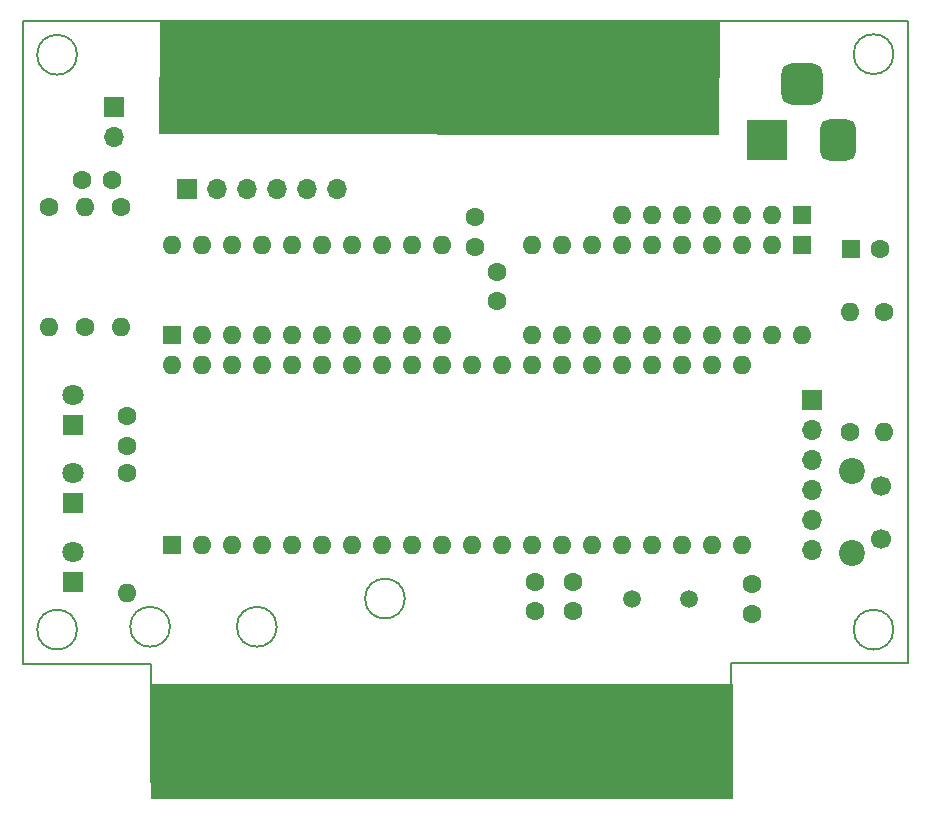
<source format=gbr>
G04 #@! TF.GenerationSoftware,KiCad,Pcbnew,7.0.10*
G04 #@! TF.CreationDate,2024-02-21T12:16:34-05:00*
G04 #@! TF.ProjectId,CBM-SD,43424d2d-5344-42e6-9b69-6361645f7063,rev?*
G04 #@! TF.SameCoordinates,Original*
G04 #@! TF.FileFunction,Soldermask,Top*
G04 #@! TF.FilePolarity,Negative*
%FSLAX46Y46*%
G04 Gerber Fmt 4.6, Leading zero omitted, Abs format (unit mm)*
G04 Created by KiCad (PCBNEW 7.0.10) date 2024-02-21 12:16:34*
%MOMM*%
%LPD*%
G01*
G04 APERTURE LIST*
G04 Aperture macros list*
%AMRoundRect*
0 Rectangle with rounded corners*
0 $1 Rounding radius*
0 $2 $3 $4 $5 $6 $7 $8 $9 X,Y pos of 4 corners*
0 Add a 4 corners polygon primitive as box body*
4,1,4,$2,$3,$4,$5,$6,$7,$8,$9,$2,$3,0*
0 Add four circle primitives for the rounded corners*
1,1,$1+$1,$2,$3*
1,1,$1+$1,$4,$5*
1,1,$1+$1,$6,$7*
1,1,$1+$1,$8,$9*
0 Add four rect primitives between the rounded corners*
20,1,$1+$1,$2,$3,$4,$5,0*
20,1,$1+$1,$4,$5,$6,$7,0*
20,1,$1+$1,$6,$7,$8,$9,0*
20,1,$1+$1,$8,$9,$2,$3,0*%
G04 Aperture macros list end*
%ADD10C,0.100000*%
%ADD11C,1.600000*%
%ADD12O,1.600000X1.600000*%
%ADD13R,1.600000X1.600000*%
%ADD14C,1.500000*%
%ADD15R,1.800000X1.800000*%
%ADD16C,1.800000*%
%ADD17R,3.500000X3.500000*%
%ADD18RoundRect,0.750000X0.750000X1.000000X-0.750000X1.000000X-0.750000X-1.000000X0.750000X-1.000000X0*%
%ADD19RoundRect,0.875000X0.875000X0.875000X-0.875000X0.875000X-0.875000X-0.875000X0.875000X-0.875000X0*%
%ADD20R,1.700000X1.700000*%
%ADD21O,1.700000X1.700000*%
%ADD22O,2.410000X8.760000*%
%ADD23C,2.200000*%
%ADD24C,1.700000*%
G04 #@! TA.AperFunction,Profile*
%ADD25C,0.200660*%
G04 #@! TD*
G04 APERTURE END LIST*
D10*
X177215800Y-131597400D02*
X128003300Y-131597400D01*
X127939800Y-121945400D01*
X177215800Y-121945400D01*
X177215800Y-131597400D01*
G36*
X177215800Y-131597400D02*
G01*
X128003300Y-131597400D01*
X127939800Y-121945400D01*
X177215800Y-121945400D01*
X177215800Y-131597400D01*
G37*
X176117250Y-65862200D02*
X176002950Y-75361800D01*
X128739900Y-75298300D01*
X128790700Y-65798700D01*
X176117250Y-65862200D01*
G36*
X176117250Y-65862200D02*
G01*
X176002950Y-75361800D01*
X128739900Y-75298300D01*
X128790700Y-65798700D01*
X176117250Y-65862200D01*
G37*
D11*
X125996700Y-104076500D03*
D12*
X125996700Y-114236500D03*
D13*
X183134000Y-82232500D03*
D12*
X180594000Y-82232500D03*
X178054000Y-82232500D03*
X175514000Y-82232500D03*
X172974000Y-82232500D03*
X170434000Y-82232500D03*
X167894000Y-82232500D03*
D13*
X129794000Y-110172500D03*
D12*
X132334000Y-110172500D03*
X134874000Y-110172500D03*
X137414000Y-110172500D03*
X139954000Y-110172500D03*
X142494000Y-110172500D03*
X145034000Y-110172500D03*
X147574000Y-110172500D03*
X150114000Y-110172500D03*
X152654000Y-110172500D03*
X155194000Y-110172500D03*
X157734000Y-110172500D03*
X160274000Y-110172500D03*
X162814000Y-110172500D03*
X165354000Y-110172500D03*
X167894000Y-110172500D03*
X170434000Y-110172500D03*
X172974000Y-110172500D03*
X175514000Y-110172500D03*
X178054000Y-110172500D03*
X178054000Y-94932500D03*
X175514000Y-94932500D03*
X172974000Y-94932500D03*
X170434000Y-94932500D03*
X167894000Y-94932500D03*
X165354000Y-94932500D03*
X162814000Y-94932500D03*
X160274000Y-94932500D03*
X157734000Y-94932500D03*
X155194000Y-94932500D03*
X152654000Y-94932500D03*
X150114000Y-94932500D03*
X147574000Y-94932500D03*
X145034000Y-94932500D03*
X142494000Y-94932500D03*
X139954000Y-94932500D03*
X137414000Y-94932500D03*
X134874000Y-94932500D03*
X132334000Y-94932500D03*
X129794000Y-94932500D03*
D13*
X129794000Y-92392500D03*
D12*
X132334000Y-92392500D03*
X134874000Y-92392500D03*
X137414000Y-92392500D03*
X139954000Y-92392500D03*
X142494000Y-92392500D03*
X145034000Y-92392500D03*
X147574000Y-92392500D03*
X150114000Y-92392500D03*
X152654000Y-92392500D03*
X152654000Y-84772500D03*
X150114000Y-84772500D03*
X147574000Y-84772500D03*
X145034000Y-84772500D03*
X142494000Y-84772500D03*
X139954000Y-84772500D03*
X137414000Y-84772500D03*
X134874000Y-84772500D03*
X132334000Y-84772500D03*
X129794000Y-84772500D03*
D13*
X183134000Y-84772500D03*
D12*
X180594000Y-84772500D03*
X178054000Y-84772500D03*
X175514000Y-84772500D03*
X172974000Y-84772500D03*
X170434000Y-84772500D03*
X167894000Y-84772500D03*
X165354000Y-84772500D03*
X162814000Y-84772500D03*
X160274000Y-84772500D03*
X160274000Y-92392500D03*
X162814000Y-92392500D03*
X165354000Y-92392500D03*
X167894000Y-92392500D03*
X170434000Y-92392500D03*
X172974000Y-92392500D03*
X175514000Y-92392500D03*
X178054000Y-92392500D03*
X180594000Y-92392500D03*
X183134000Y-92392500D03*
D11*
X124694000Y-79248000D03*
X122194000Y-79248000D03*
X160500000Y-113275000D03*
X160500000Y-115775000D03*
X155475000Y-84925000D03*
X155475000Y-82425000D03*
X157300000Y-89550000D03*
X157300000Y-87050000D03*
X122428000Y-91694000D03*
D12*
X122428000Y-81534000D03*
D11*
X178875000Y-113500000D03*
X178875000Y-116000000D03*
D14*
X168725000Y-114775000D03*
X173605000Y-114775000D03*
D11*
X119380000Y-81534000D03*
D12*
X119380000Y-91694000D03*
D15*
X121450100Y-113322100D03*
D16*
X121450100Y-110782100D03*
D15*
X121450100Y-106616500D03*
D16*
X121450100Y-104076500D03*
D17*
X180182000Y-75887500D03*
D18*
X186182000Y-75887500D03*
D19*
X183182000Y-71187500D03*
D15*
X121462800Y-100037900D03*
D16*
X121462800Y-97497900D03*
D20*
X183997600Y-97891600D03*
D21*
X183997600Y-100431600D03*
X183997600Y-102971600D03*
X183997600Y-105511600D03*
X183997600Y-108051600D03*
X183997600Y-110591600D03*
D11*
X187198000Y-100584000D03*
D12*
X187198000Y-90424000D03*
D11*
X190093600Y-90424000D03*
D12*
X190093600Y-100584000D03*
D11*
X163725000Y-113275000D03*
X163725000Y-115775000D03*
X125476000Y-81534000D03*
D12*
X125476000Y-91694000D03*
D20*
X124891800Y-73126600D03*
D21*
X124891800Y-75666600D03*
D11*
X126009400Y-99290500D03*
X126009400Y-101790500D03*
D13*
X187285621Y-85090000D03*
D11*
X189785621Y-85090000D03*
D22*
X131052300Y-126923800D03*
X135012300Y-126923800D03*
X138972300Y-126923800D03*
X142932300Y-126923800D03*
X146892300Y-126923800D03*
X150852300Y-126923800D03*
X154812300Y-126923800D03*
X158772300Y-126923800D03*
X162732300Y-126923800D03*
X166692300Y-126923800D03*
X170652300Y-126923800D03*
X174612300Y-126923800D03*
X135012300Y-126923800D03*
X138972300Y-126923800D03*
X142932300Y-126923800D03*
X146892300Y-126923800D03*
X150852300Y-126923800D03*
X154812300Y-126923800D03*
X158772300Y-126923800D03*
X162732300Y-126923800D03*
X166692300Y-126923800D03*
X170652300Y-126923800D03*
X174612300Y-126923800D03*
D23*
X187350400Y-110896400D03*
X187350400Y-103896400D03*
D24*
X189850400Y-105146400D03*
X189850400Y-109646400D03*
D20*
X131064000Y-80010000D03*
D21*
X133604000Y-80010000D03*
X136144000Y-80010000D03*
X138684000Y-80010000D03*
X141224000Y-80010000D03*
X143764000Y-80010000D03*
D22*
X130860799Y-70408800D03*
X134820799Y-70408800D03*
X138780799Y-70408800D03*
X142740799Y-70408800D03*
X146700799Y-70408800D03*
X150660799Y-70408800D03*
X154620799Y-70408800D03*
X158580799Y-70408800D03*
X162540799Y-70408800D03*
X166500799Y-70408800D03*
X170460799Y-70408800D03*
X174420799Y-70408800D03*
X134820799Y-70408800D03*
X138780799Y-70408800D03*
X142740799Y-70408800D03*
X146700799Y-70408800D03*
X150660799Y-70408800D03*
X154620799Y-70408800D03*
X158580799Y-70408800D03*
X162540799Y-70408800D03*
X166500799Y-70408800D03*
X170460799Y-70408800D03*
X174420799Y-70408800D03*
D25*
X192151000Y-65786000D02*
X192151000Y-114109500D01*
X138669428Y-117106700D02*
G75*
G03*
X135294972Y-117106700I-1687228J0D01*
G01*
X135294972Y-117106700D02*
G75*
G03*
X138669428Y-117106700I1687228J0D01*
G01*
X192151000Y-114109500D02*
X192151000Y-120142000D01*
X129400300Y-131432300D02*
X135051800Y-131432300D01*
X177152300Y-130035300D02*
X177152300Y-120192800D01*
X138925300Y-131432300D02*
X162801300Y-131432300D01*
X166674800Y-131432300D02*
X175755300Y-131432300D01*
X165277800Y-130035300D02*
X165277800Y-122351800D01*
X136448800Y-122415300D02*
X136448800Y-130035300D01*
X137528300Y-130035300D02*
G75*
G03*
X138925300Y-131432300I1397000J0D01*
G01*
X165277800Y-122351800D02*
X164198300Y-122351800D01*
X135051800Y-131432300D02*
G75*
G03*
X136448800Y-130035300I0J1397000D01*
G01*
X136448800Y-122415300D02*
X137528300Y-122415300D01*
X164198300Y-122351800D02*
X164198300Y-130035300D01*
X175755300Y-131432300D02*
G75*
G03*
X177152300Y-130035300I0J1397000D01*
G01*
X162801300Y-131432300D02*
G75*
G03*
X164198300Y-130035300I0J1397000D01*
G01*
X137528300Y-130035300D02*
X137528300Y-122415300D01*
X165277800Y-130035300D02*
G75*
G03*
X166674800Y-131432300I1397000J0D01*
G01*
X128003300Y-130035300D02*
G75*
G03*
X129400300Y-131432300I1397000J0D01*
G01*
X177152300Y-120142000D02*
X177152300Y-120192800D01*
X117221000Y-120230900D02*
X117221000Y-65786000D01*
X192151000Y-65786000D02*
X117221000Y-65786000D01*
X192151000Y-120142000D02*
X181165500Y-120142000D01*
X121762228Y-68675000D02*
G75*
G03*
X118387772Y-68675000I-1687228J0D01*
G01*
X118387772Y-68675000D02*
G75*
G03*
X121762228Y-68675000I1687228J0D01*
G01*
X121762228Y-117348000D02*
G75*
G03*
X118387772Y-117348000I-1687228J0D01*
G01*
X118387772Y-117348000D02*
G75*
G03*
X121762228Y-117348000I1687228J0D01*
G01*
X128003300Y-120230900D02*
X117221000Y-120230900D01*
X129637228Y-117106700D02*
G75*
G03*
X126262772Y-117106700I-1687228J0D01*
G01*
X126262772Y-117106700D02*
G75*
G03*
X129637228Y-117106700I1687228J0D01*
G01*
X181165500Y-120142000D02*
X177152300Y-120142000D01*
X149515228Y-114717227D02*
G75*
G03*
X146140772Y-114717227I-1687228J0D01*
G01*
X146140772Y-114717227D02*
G75*
G03*
X149515228Y-114717227I1687228J0D01*
G01*
X128003300Y-130035300D02*
X128003300Y-120230900D01*
X190887228Y-68625000D02*
G75*
G03*
X187512772Y-68625000I-1687228J0D01*
G01*
X187512772Y-68625000D02*
G75*
G03*
X190887228Y-68625000I1687228J0D01*
G01*
X190887228Y-117348000D02*
G75*
G03*
X187512772Y-117348000I-1687228J0D01*
G01*
X187512772Y-117348000D02*
G75*
G03*
X190887228Y-117348000I1687228J0D01*
G01*
M02*

</source>
